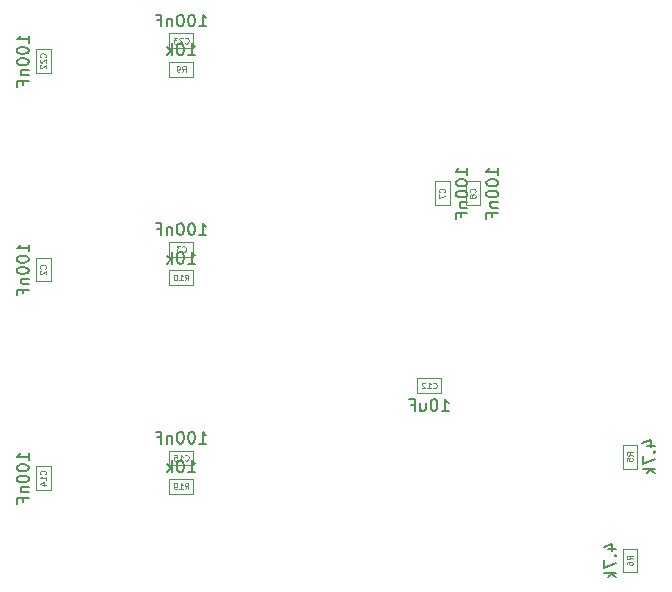
<source format=gbr>
%TF.GenerationSoftware,KiCad,Pcbnew,7.0.11-rc3*%
%TF.CreationDate,2025-09-10T17:00:16+08:00*%
%TF.ProjectId,328_3ch_can_devboard,3332385f-3363-4685-9f63-616e5f646576,rev?*%
%TF.SameCoordinates,Original*%
%TF.FileFunction,AssemblyDrawing,Bot*%
%FSLAX46Y46*%
G04 Gerber Fmt 4.6, Leading zero omitted, Abs format (unit mm)*
G04 Created by KiCad (PCBNEW 7.0.11-rc3) date 2025-09-10 17:00:16*
%MOMM*%
%LPD*%
G01*
G04 APERTURE LIST*
%ADD10C,0.150000*%
%ADD11C,0.080000*%
%ADD12C,0.100000*%
G04 APERTURE END LIST*
D10*
X159471428Y-108734819D02*
X160042856Y-108734819D01*
X159757142Y-108734819D02*
X159757142Y-107734819D01*
X159757142Y-107734819D02*
X159852380Y-107877676D01*
X159852380Y-107877676D02*
X159947618Y-107972914D01*
X159947618Y-107972914D02*
X160042856Y-108020533D01*
X158852380Y-107734819D02*
X158757142Y-107734819D01*
X158757142Y-107734819D02*
X158661904Y-107782438D01*
X158661904Y-107782438D02*
X158614285Y-107830057D01*
X158614285Y-107830057D02*
X158566666Y-107925295D01*
X158566666Y-107925295D02*
X158519047Y-108115771D01*
X158519047Y-108115771D02*
X158519047Y-108353866D01*
X158519047Y-108353866D02*
X158566666Y-108544342D01*
X158566666Y-108544342D02*
X158614285Y-108639580D01*
X158614285Y-108639580D02*
X158661904Y-108687200D01*
X158661904Y-108687200D02*
X158757142Y-108734819D01*
X158757142Y-108734819D02*
X158852380Y-108734819D01*
X158852380Y-108734819D02*
X158947618Y-108687200D01*
X158947618Y-108687200D02*
X158995237Y-108639580D01*
X158995237Y-108639580D02*
X159042856Y-108544342D01*
X159042856Y-108544342D02*
X159090475Y-108353866D01*
X159090475Y-108353866D02*
X159090475Y-108115771D01*
X159090475Y-108115771D02*
X159042856Y-107925295D01*
X159042856Y-107925295D02*
X158995237Y-107830057D01*
X158995237Y-107830057D02*
X158947618Y-107782438D01*
X158947618Y-107782438D02*
X158852380Y-107734819D01*
X157661904Y-108068152D02*
X157661904Y-108734819D01*
X158090475Y-108068152D02*
X158090475Y-108591961D01*
X158090475Y-108591961D02*
X158042856Y-108687200D01*
X158042856Y-108687200D02*
X157947618Y-108734819D01*
X157947618Y-108734819D02*
X157804761Y-108734819D01*
X157804761Y-108734819D02*
X157709523Y-108687200D01*
X157709523Y-108687200D02*
X157661904Y-108639580D01*
X156852380Y-108211009D02*
X157185713Y-108211009D01*
X157185713Y-108734819D02*
X157185713Y-107734819D01*
X157185713Y-107734819D02*
X156709523Y-107734819D01*
D11*
X158721428Y-106779530D02*
X158745237Y-106803340D01*
X158745237Y-106803340D02*
X158816666Y-106827149D01*
X158816666Y-106827149D02*
X158864285Y-106827149D01*
X158864285Y-106827149D02*
X158935713Y-106803340D01*
X158935713Y-106803340D02*
X158983332Y-106755720D01*
X158983332Y-106755720D02*
X159007142Y-106708101D01*
X159007142Y-106708101D02*
X159030951Y-106612863D01*
X159030951Y-106612863D02*
X159030951Y-106541435D01*
X159030951Y-106541435D02*
X159007142Y-106446197D01*
X159007142Y-106446197D02*
X158983332Y-106398578D01*
X158983332Y-106398578D02*
X158935713Y-106350959D01*
X158935713Y-106350959D02*
X158864285Y-106327149D01*
X158864285Y-106327149D02*
X158816666Y-106327149D01*
X158816666Y-106327149D02*
X158745237Y-106350959D01*
X158745237Y-106350959D02*
X158721428Y-106374768D01*
X158245237Y-106827149D02*
X158530951Y-106827149D01*
X158388094Y-106827149D02*
X158388094Y-106327149D01*
X158388094Y-106327149D02*
X158435713Y-106398578D01*
X158435713Y-106398578D02*
X158483332Y-106446197D01*
X158483332Y-106446197D02*
X158530951Y-106470006D01*
X158054761Y-106374768D02*
X158030952Y-106350959D01*
X158030952Y-106350959D02*
X157983333Y-106327149D01*
X157983333Y-106327149D02*
X157864285Y-106327149D01*
X157864285Y-106327149D02*
X157816666Y-106350959D01*
X157816666Y-106350959D02*
X157792857Y-106374768D01*
X157792857Y-106374768D02*
X157769047Y-106422387D01*
X157769047Y-106422387D02*
X157769047Y-106470006D01*
X157769047Y-106470006D02*
X157792857Y-106541435D01*
X157792857Y-106541435D02*
X158078571Y-106827149D01*
X158078571Y-106827149D02*
X157769047Y-106827149D01*
D10*
X138947619Y-93837319D02*
X139519047Y-93837319D01*
X139233333Y-93837319D02*
X139233333Y-92837319D01*
X139233333Y-92837319D02*
X139328571Y-92980176D01*
X139328571Y-92980176D02*
X139423809Y-93075414D01*
X139423809Y-93075414D02*
X139519047Y-93123033D01*
X138328571Y-92837319D02*
X138233333Y-92837319D01*
X138233333Y-92837319D02*
X138138095Y-92884938D01*
X138138095Y-92884938D02*
X138090476Y-92932557D01*
X138090476Y-92932557D02*
X138042857Y-93027795D01*
X138042857Y-93027795D02*
X137995238Y-93218271D01*
X137995238Y-93218271D02*
X137995238Y-93456366D01*
X137995238Y-93456366D02*
X138042857Y-93646842D01*
X138042857Y-93646842D02*
X138090476Y-93742080D01*
X138090476Y-93742080D02*
X138138095Y-93789700D01*
X138138095Y-93789700D02*
X138233333Y-93837319D01*
X138233333Y-93837319D02*
X138328571Y-93837319D01*
X138328571Y-93837319D02*
X138423809Y-93789700D01*
X138423809Y-93789700D02*
X138471428Y-93742080D01*
X138471428Y-93742080D02*
X138519047Y-93646842D01*
X138519047Y-93646842D02*
X138566666Y-93456366D01*
X138566666Y-93456366D02*
X138566666Y-93218271D01*
X138566666Y-93218271D02*
X138519047Y-93027795D01*
X138519047Y-93027795D02*
X138471428Y-92932557D01*
X138471428Y-92932557D02*
X138423809Y-92884938D01*
X138423809Y-92884938D02*
X138328571Y-92837319D01*
X137376190Y-92837319D02*
X137280952Y-92837319D01*
X137280952Y-92837319D02*
X137185714Y-92884938D01*
X137185714Y-92884938D02*
X137138095Y-92932557D01*
X137138095Y-92932557D02*
X137090476Y-93027795D01*
X137090476Y-93027795D02*
X137042857Y-93218271D01*
X137042857Y-93218271D02*
X137042857Y-93456366D01*
X137042857Y-93456366D02*
X137090476Y-93646842D01*
X137090476Y-93646842D02*
X137138095Y-93742080D01*
X137138095Y-93742080D02*
X137185714Y-93789700D01*
X137185714Y-93789700D02*
X137280952Y-93837319D01*
X137280952Y-93837319D02*
X137376190Y-93837319D01*
X137376190Y-93837319D02*
X137471428Y-93789700D01*
X137471428Y-93789700D02*
X137519047Y-93742080D01*
X137519047Y-93742080D02*
X137566666Y-93646842D01*
X137566666Y-93646842D02*
X137614285Y-93456366D01*
X137614285Y-93456366D02*
X137614285Y-93218271D01*
X137614285Y-93218271D02*
X137566666Y-93027795D01*
X137566666Y-93027795D02*
X137519047Y-92932557D01*
X137519047Y-92932557D02*
X137471428Y-92884938D01*
X137471428Y-92884938D02*
X137376190Y-92837319D01*
X136614285Y-93170652D02*
X136614285Y-93837319D01*
X136614285Y-93265890D02*
X136566666Y-93218271D01*
X136566666Y-93218271D02*
X136471428Y-93170652D01*
X136471428Y-93170652D02*
X136328571Y-93170652D01*
X136328571Y-93170652D02*
X136233333Y-93218271D01*
X136233333Y-93218271D02*
X136185714Y-93313509D01*
X136185714Y-93313509D02*
X136185714Y-93837319D01*
X135376190Y-93313509D02*
X135709523Y-93313509D01*
X135709523Y-93837319D02*
X135709523Y-92837319D01*
X135709523Y-92837319D02*
X135233333Y-92837319D01*
D11*
X137483333Y-95242030D02*
X137507142Y-95265840D01*
X137507142Y-95265840D02*
X137578571Y-95289649D01*
X137578571Y-95289649D02*
X137626190Y-95289649D01*
X137626190Y-95289649D02*
X137697618Y-95265840D01*
X137697618Y-95265840D02*
X137745237Y-95218220D01*
X137745237Y-95218220D02*
X137769047Y-95170601D01*
X137769047Y-95170601D02*
X137792856Y-95075363D01*
X137792856Y-95075363D02*
X137792856Y-95003935D01*
X137792856Y-95003935D02*
X137769047Y-94908697D01*
X137769047Y-94908697D02*
X137745237Y-94861078D01*
X137745237Y-94861078D02*
X137697618Y-94813459D01*
X137697618Y-94813459D02*
X137626190Y-94789649D01*
X137626190Y-94789649D02*
X137578571Y-94789649D01*
X137578571Y-94789649D02*
X137507142Y-94813459D01*
X137507142Y-94813459D02*
X137483333Y-94837268D01*
X137316666Y-94789649D02*
X137007142Y-94789649D01*
X137007142Y-94789649D02*
X137173809Y-94980125D01*
X137173809Y-94980125D02*
X137102380Y-94980125D01*
X137102380Y-94980125D02*
X137054761Y-95003935D01*
X137054761Y-95003935D02*
X137030952Y-95027744D01*
X137030952Y-95027744D02*
X137007142Y-95075363D01*
X137007142Y-95075363D02*
X137007142Y-95194411D01*
X137007142Y-95194411D02*
X137030952Y-95242030D01*
X137030952Y-95242030D02*
X137054761Y-95265840D01*
X137054761Y-95265840D02*
X137102380Y-95289649D01*
X137102380Y-95289649D02*
X137245237Y-95289649D01*
X137245237Y-95289649D02*
X137292856Y-95265840D01*
X137292856Y-95265840D02*
X137316666Y-95242030D01*
D10*
X161634819Y-88752380D02*
X161634819Y-88180952D01*
X161634819Y-88466666D02*
X160634819Y-88466666D01*
X160634819Y-88466666D02*
X160777676Y-88371428D01*
X160777676Y-88371428D02*
X160872914Y-88276190D01*
X160872914Y-88276190D02*
X160920533Y-88180952D01*
X160634819Y-89371428D02*
X160634819Y-89466666D01*
X160634819Y-89466666D02*
X160682438Y-89561904D01*
X160682438Y-89561904D02*
X160730057Y-89609523D01*
X160730057Y-89609523D02*
X160825295Y-89657142D01*
X160825295Y-89657142D02*
X161015771Y-89704761D01*
X161015771Y-89704761D02*
X161253866Y-89704761D01*
X161253866Y-89704761D02*
X161444342Y-89657142D01*
X161444342Y-89657142D02*
X161539580Y-89609523D01*
X161539580Y-89609523D02*
X161587200Y-89561904D01*
X161587200Y-89561904D02*
X161634819Y-89466666D01*
X161634819Y-89466666D02*
X161634819Y-89371428D01*
X161634819Y-89371428D02*
X161587200Y-89276190D01*
X161587200Y-89276190D02*
X161539580Y-89228571D01*
X161539580Y-89228571D02*
X161444342Y-89180952D01*
X161444342Y-89180952D02*
X161253866Y-89133333D01*
X161253866Y-89133333D02*
X161015771Y-89133333D01*
X161015771Y-89133333D02*
X160825295Y-89180952D01*
X160825295Y-89180952D02*
X160730057Y-89228571D01*
X160730057Y-89228571D02*
X160682438Y-89276190D01*
X160682438Y-89276190D02*
X160634819Y-89371428D01*
X160634819Y-90323809D02*
X160634819Y-90419047D01*
X160634819Y-90419047D02*
X160682438Y-90514285D01*
X160682438Y-90514285D02*
X160730057Y-90561904D01*
X160730057Y-90561904D02*
X160825295Y-90609523D01*
X160825295Y-90609523D02*
X161015771Y-90657142D01*
X161015771Y-90657142D02*
X161253866Y-90657142D01*
X161253866Y-90657142D02*
X161444342Y-90609523D01*
X161444342Y-90609523D02*
X161539580Y-90561904D01*
X161539580Y-90561904D02*
X161587200Y-90514285D01*
X161587200Y-90514285D02*
X161634819Y-90419047D01*
X161634819Y-90419047D02*
X161634819Y-90323809D01*
X161634819Y-90323809D02*
X161587200Y-90228571D01*
X161587200Y-90228571D02*
X161539580Y-90180952D01*
X161539580Y-90180952D02*
X161444342Y-90133333D01*
X161444342Y-90133333D02*
X161253866Y-90085714D01*
X161253866Y-90085714D02*
X161015771Y-90085714D01*
X161015771Y-90085714D02*
X160825295Y-90133333D01*
X160825295Y-90133333D02*
X160730057Y-90180952D01*
X160730057Y-90180952D02*
X160682438Y-90228571D01*
X160682438Y-90228571D02*
X160634819Y-90323809D01*
X160968152Y-91085714D02*
X161634819Y-91085714D01*
X161063390Y-91085714D02*
X161015771Y-91133333D01*
X161015771Y-91133333D02*
X160968152Y-91228571D01*
X160968152Y-91228571D02*
X160968152Y-91371428D01*
X160968152Y-91371428D02*
X161015771Y-91466666D01*
X161015771Y-91466666D02*
X161111009Y-91514285D01*
X161111009Y-91514285D02*
X161634819Y-91514285D01*
X161111009Y-92323809D02*
X161111009Y-91990476D01*
X161634819Y-91990476D02*
X160634819Y-91990476D01*
X160634819Y-91990476D02*
X160634819Y-92466666D01*
D11*
X159679530Y-90216666D02*
X159703340Y-90192857D01*
X159703340Y-90192857D02*
X159727149Y-90121428D01*
X159727149Y-90121428D02*
X159727149Y-90073809D01*
X159727149Y-90073809D02*
X159703340Y-90002381D01*
X159703340Y-90002381D02*
X159655720Y-89954762D01*
X159655720Y-89954762D02*
X159608101Y-89930952D01*
X159608101Y-89930952D02*
X159512863Y-89907143D01*
X159512863Y-89907143D02*
X159441435Y-89907143D01*
X159441435Y-89907143D02*
X159346197Y-89930952D01*
X159346197Y-89930952D02*
X159298578Y-89954762D01*
X159298578Y-89954762D02*
X159250959Y-90002381D01*
X159250959Y-90002381D02*
X159227149Y-90073809D01*
X159227149Y-90073809D02*
X159227149Y-90121428D01*
X159227149Y-90121428D02*
X159250959Y-90192857D01*
X159250959Y-90192857D02*
X159274768Y-90216666D01*
X159227149Y-90383333D02*
X159227149Y-90716666D01*
X159227149Y-90716666D02*
X159727149Y-90502381D01*
D10*
X124492319Y-77552380D02*
X124492319Y-76980952D01*
X124492319Y-77266666D02*
X123492319Y-77266666D01*
X123492319Y-77266666D02*
X123635176Y-77171428D01*
X123635176Y-77171428D02*
X123730414Y-77076190D01*
X123730414Y-77076190D02*
X123778033Y-76980952D01*
X123492319Y-78171428D02*
X123492319Y-78266666D01*
X123492319Y-78266666D02*
X123539938Y-78361904D01*
X123539938Y-78361904D02*
X123587557Y-78409523D01*
X123587557Y-78409523D02*
X123682795Y-78457142D01*
X123682795Y-78457142D02*
X123873271Y-78504761D01*
X123873271Y-78504761D02*
X124111366Y-78504761D01*
X124111366Y-78504761D02*
X124301842Y-78457142D01*
X124301842Y-78457142D02*
X124397080Y-78409523D01*
X124397080Y-78409523D02*
X124444700Y-78361904D01*
X124444700Y-78361904D02*
X124492319Y-78266666D01*
X124492319Y-78266666D02*
X124492319Y-78171428D01*
X124492319Y-78171428D02*
X124444700Y-78076190D01*
X124444700Y-78076190D02*
X124397080Y-78028571D01*
X124397080Y-78028571D02*
X124301842Y-77980952D01*
X124301842Y-77980952D02*
X124111366Y-77933333D01*
X124111366Y-77933333D02*
X123873271Y-77933333D01*
X123873271Y-77933333D02*
X123682795Y-77980952D01*
X123682795Y-77980952D02*
X123587557Y-78028571D01*
X123587557Y-78028571D02*
X123539938Y-78076190D01*
X123539938Y-78076190D02*
X123492319Y-78171428D01*
X123492319Y-79123809D02*
X123492319Y-79219047D01*
X123492319Y-79219047D02*
X123539938Y-79314285D01*
X123539938Y-79314285D02*
X123587557Y-79361904D01*
X123587557Y-79361904D02*
X123682795Y-79409523D01*
X123682795Y-79409523D02*
X123873271Y-79457142D01*
X123873271Y-79457142D02*
X124111366Y-79457142D01*
X124111366Y-79457142D02*
X124301842Y-79409523D01*
X124301842Y-79409523D02*
X124397080Y-79361904D01*
X124397080Y-79361904D02*
X124444700Y-79314285D01*
X124444700Y-79314285D02*
X124492319Y-79219047D01*
X124492319Y-79219047D02*
X124492319Y-79123809D01*
X124492319Y-79123809D02*
X124444700Y-79028571D01*
X124444700Y-79028571D02*
X124397080Y-78980952D01*
X124397080Y-78980952D02*
X124301842Y-78933333D01*
X124301842Y-78933333D02*
X124111366Y-78885714D01*
X124111366Y-78885714D02*
X123873271Y-78885714D01*
X123873271Y-78885714D02*
X123682795Y-78933333D01*
X123682795Y-78933333D02*
X123587557Y-78980952D01*
X123587557Y-78980952D02*
X123539938Y-79028571D01*
X123539938Y-79028571D02*
X123492319Y-79123809D01*
X123825652Y-79885714D02*
X124492319Y-79885714D01*
X123920890Y-79885714D02*
X123873271Y-79933333D01*
X123873271Y-79933333D02*
X123825652Y-80028571D01*
X123825652Y-80028571D02*
X123825652Y-80171428D01*
X123825652Y-80171428D02*
X123873271Y-80266666D01*
X123873271Y-80266666D02*
X123968509Y-80314285D01*
X123968509Y-80314285D02*
X124492319Y-80314285D01*
X123968509Y-81123809D02*
X123968509Y-80790476D01*
X124492319Y-80790476D02*
X123492319Y-80790476D01*
X123492319Y-80790476D02*
X123492319Y-81266666D01*
D11*
X125897030Y-78778571D02*
X125920840Y-78754762D01*
X125920840Y-78754762D02*
X125944649Y-78683333D01*
X125944649Y-78683333D02*
X125944649Y-78635714D01*
X125944649Y-78635714D02*
X125920840Y-78564286D01*
X125920840Y-78564286D02*
X125873220Y-78516667D01*
X125873220Y-78516667D02*
X125825601Y-78492857D01*
X125825601Y-78492857D02*
X125730363Y-78469048D01*
X125730363Y-78469048D02*
X125658935Y-78469048D01*
X125658935Y-78469048D02*
X125563697Y-78492857D01*
X125563697Y-78492857D02*
X125516078Y-78516667D01*
X125516078Y-78516667D02*
X125468459Y-78564286D01*
X125468459Y-78564286D02*
X125444649Y-78635714D01*
X125444649Y-78635714D02*
X125444649Y-78683333D01*
X125444649Y-78683333D02*
X125468459Y-78754762D01*
X125468459Y-78754762D02*
X125492268Y-78778571D01*
X125492268Y-78969048D02*
X125468459Y-78992857D01*
X125468459Y-78992857D02*
X125444649Y-79040476D01*
X125444649Y-79040476D02*
X125444649Y-79159524D01*
X125444649Y-79159524D02*
X125468459Y-79207143D01*
X125468459Y-79207143D02*
X125492268Y-79230952D01*
X125492268Y-79230952D02*
X125539887Y-79254762D01*
X125539887Y-79254762D02*
X125587506Y-79254762D01*
X125587506Y-79254762D02*
X125658935Y-79230952D01*
X125658935Y-79230952D02*
X125944649Y-78945238D01*
X125944649Y-78945238D02*
X125944649Y-79254762D01*
X125492268Y-79445238D02*
X125468459Y-79469047D01*
X125468459Y-79469047D02*
X125444649Y-79516666D01*
X125444649Y-79516666D02*
X125444649Y-79635714D01*
X125444649Y-79635714D02*
X125468459Y-79683333D01*
X125468459Y-79683333D02*
X125492268Y-79707142D01*
X125492268Y-79707142D02*
X125539887Y-79730952D01*
X125539887Y-79730952D02*
X125587506Y-79730952D01*
X125587506Y-79730952D02*
X125658935Y-79707142D01*
X125658935Y-79707142D02*
X125944649Y-79421428D01*
X125944649Y-79421428D02*
X125944649Y-79730952D01*
D10*
X176838152Y-111682170D02*
X177504819Y-111682170D01*
X176457200Y-111444075D02*
X177171485Y-111205980D01*
X177171485Y-111205980D02*
X177171485Y-111825027D01*
X177409580Y-112205980D02*
X177457200Y-112253599D01*
X177457200Y-112253599D02*
X177504819Y-112205980D01*
X177504819Y-112205980D02*
X177457200Y-112158361D01*
X177457200Y-112158361D02*
X177409580Y-112205980D01*
X177409580Y-112205980D02*
X177504819Y-112205980D01*
X176504819Y-112586932D02*
X176504819Y-113253598D01*
X176504819Y-113253598D02*
X177504819Y-112825027D01*
X177504819Y-113634551D02*
X176504819Y-113634551D01*
X177123866Y-113729789D02*
X177504819Y-114015503D01*
X176838152Y-114015503D02*
X177219104Y-113634551D01*
D11*
X175627149Y-112527408D02*
X175389054Y-112360742D01*
X175627149Y-112241694D02*
X175127149Y-112241694D01*
X175127149Y-112241694D02*
X175127149Y-112432170D01*
X175127149Y-112432170D02*
X175150959Y-112479789D01*
X175150959Y-112479789D02*
X175174768Y-112503599D01*
X175174768Y-112503599D02*
X175222387Y-112527408D01*
X175222387Y-112527408D02*
X175293816Y-112527408D01*
X175293816Y-112527408D02*
X175341435Y-112503599D01*
X175341435Y-112503599D02*
X175365244Y-112479789D01*
X175365244Y-112479789D02*
X175389054Y-112432170D01*
X175389054Y-112432170D02*
X175389054Y-112241694D01*
X175127149Y-112979789D02*
X175127149Y-112741694D01*
X175127149Y-112741694D02*
X175365244Y-112717885D01*
X175365244Y-112717885D02*
X175341435Y-112741694D01*
X175341435Y-112741694D02*
X175317625Y-112789313D01*
X175317625Y-112789313D02*
X175317625Y-112908361D01*
X175317625Y-112908361D02*
X175341435Y-112955980D01*
X175341435Y-112955980D02*
X175365244Y-112979789D01*
X175365244Y-112979789D02*
X175412863Y-113003599D01*
X175412863Y-113003599D02*
X175531911Y-113003599D01*
X175531911Y-113003599D02*
X175579530Y-112979789D01*
X175579530Y-112979789D02*
X175603340Y-112955980D01*
X175603340Y-112955980D02*
X175627149Y-112908361D01*
X175627149Y-112908361D02*
X175627149Y-112789313D01*
X175627149Y-112789313D02*
X175603340Y-112741694D01*
X175603340Y-112741694D02*
X175579530Y-112717885D01*
D10*
X164234819Y-88752380D02*
X164234819Y-88180952D01*
X164234819Y-88466666D02*
X163234819Y-88466666D01*
X163234819Y-88466666D02*
X163377676Y-88371428D01*
X163377676Y-88371428D02*
X163472914Y-88276190D01*
X163472914Y-88276190D02*
X163520533Y-88180952D01*
X163234819Y-89371428D02*
X163234819Y-89466666D01*
X163234819Y-89466666D02*
X163282438Y-89561904D01*
X163282438Y-89561904D02*
X163330057Y-89609523D01*
X163330057Y-89609523D02*
X163425295Y-89657142D01*
X163425295Y-89657142D02*
X163615771Y-89704761D01*
X163615771Y-89704761D02*
X163853866Y-89704761D01*
X163853866Y-89704761D02*
X164044342Y-89657142D01*
X164044342Y-89657142D02*
X164139580Y-89609523D01*
X164139580Y-89609523D02*
X164187200Y-89561904D01*
X164187200Y-89561904D02*
X164234819Y-89466666D01*
X164234819Y-89466666D02*
X164234819Y-89371428D01*
X164234819Y-89371428D02*
X164187200Y-89276190D01*
X164187200Y-89276190D02*
X164139580Y-89228571D01*
X164139580Y-89228571D02*
X164044342Y-89180952D01*
X164044342Y-89180952D02*
X163853866Y-89133333D01*
X163853866Y-89133333D02*
X163615771Y-89133333D01*
X163615771Y-89133333D02*
X163425295Y-89180952D01*
X163425295Y-89180952D02*
X163330057Y-89228571D01*
X163330057Y-89228571D02*
X163282438Y-89276190D01*
X163282438Y-89276190D02*
X163234819Y-89371428D01*
X163234819Y-90323809D02*
X163234819Y-90419047D01*
X163234819Y-90419047D02*
X163282438Y-90514285D01*
X163282438Y-90514285D02*
X163330057Y-90561904D01*
X163330057Y-90561904D02*
X163425295Y-90609523D01*
X163425295Y-90609523D02*
X163615771Y-90657142D01*
X163615771Y-90657142D02*
X163853866Y-90657142D01*
X163853866Y-90657142D02*
X164044342Y-90609523D01*
X164044342Y-90609523D02*
X164139580Y-90561904D01*
X164139580Y-90561904D02*
X164187200Y-90514285D01*
X164187200Y-90514285D02*
X164234819Y-90419047D01*
X164234819Y-90419047D02*
X164234819Y-90323809D01*
X164234819Y-90323809D02*
X164187200Y-90228571D01*
X164187200Y-90228571D02*
X164139580Y-90180952D01*
X164139580Y-90180952D02*
X164044342Y-90133333D01*
X164044342Y-90133333D02*
X163853866Y-90085714D01*
X163853866Y-90085714D02*
X163615771Y-90085714D01*
X163615771Y-90085714D02*
X163425295Y-90133333D01*
X163425295Y-90133333D02*
X163330057Y-90180952D01*
X163330057Y-90180952D02*
X163282438Y-90228571D01*
X163282438Y-90228571D02*
X163234819Y-90323809D01*
X163568152Y-91085714D02*
X164234819Y-91085714D01*
X163663390Y-91085714D02*
X163615771Y-91133333D01*
X163615771Y-91133333D02*
X163568152Y-91228571D01*
X163568152Y-91228571D02*
X163568152Y-91371428D01*
X163568152Y-91371428D02*
X163615771Y-91466666D01*
X163615771Y-91466666D02*
X163711009Y-91514285D01*
X163711009Y-91514285D02*
X164234819Y-91514285D01*
X163711009Y-92323809D02*
X163711009Y-91990476D01*
X164234819Y-91990476D02*
X163234819Y-91990476D01*
X163234819Y-91990476D02*
X163234819Y-92466666D01*
D11*
X162279530Y-90216666D02*
X162303340Y-90192857D01*
X162303340Y-90192857D02*
X162327149Y-90121428D01*
X162327149Y-90121428D02*
X162327149Y-90073809D01*
X162327149Y-90073809D02*
X162303340Y-90002381D01*
X162303340Y-90002381D02*
X162255720Y-89954762D01*
X162255720Y-89954762D02*
X162208101Y-89930952D01*
X162208101Y-89930952D02*
X162112863Y-89907143D01*
X162112863Y-89907143D02*
X162041435Y-89907143D01*
X162041435Y-89907143D02*
X161946197Y-89930952D01*
X161946197Y-89930952D02*
X161898578Y-89954762D01*
X161898578Y-89954762D02*
X161850959Y-90002381D01*
X161850959Y-90002381D02*
X161827149Y-90073809D01*
X161827149Y-90073809D02*
X161827149Y-90121428D01*
X161827149Y-90121428D02*
X161850959Y-90192857D01*
X161850959Y-90192857D02*
X161874768Y-90216666D01*
X162041435Y-90502381D02*
X162017625Y-90454762D01*
X162017625Y-90454762D02*
X161993816Y-90430952D01*
X161993816Y-90430952D02*
X161946197Y-90407143D01*
X161946197Y-90407143D02*
X161922387Y-90407143D01*
X161922387Y-90407143D02*
X161874768Y-90430952D01*
X161874768Y-90430952D02*
X161850959Y-90454762D01*
X161850959Y-90454762D02*
X161827149Y-90502381D01*
X161827149Y-90502381D02*
X161827149Y-90597619D01*
X161827149Y-90597619D02*
X161850959Y-90645238D01*
X161850959Y-90645238D02*
X161874768Y-90669047D01*
X161874768Y-90669047D02*
X161922387Y-90692857D01*
X161922387Y-90692857D02*
X161946197Y-90692857D01*
X161946197Y-90692857D02*
X161993816Y-90669047D01*
X161993816Y-90669047D02*
X162017625Y-90645238D01*
X162017625Y-90645238D02*
X162041435Y-90597619D01*
X162041435Y-90597619D02*
X162041435Y-90502381D01*
X162041435Y-90502381D02*
X162065244Y-90454762D01*
X162065244Y-90454762D02*
X162089054Y-90430952D01*
X162089054Y-90430952D02*
X162136673Y-90407143D01*
X162136673Y-90407143D02*
X162231911Y-90407143D01*
X162231911Y-90407143D02*
X162279530Y-90430952D01*
X162279530Y-90430952D02*
X162303340Y-90454762D01*
X162303340Y-90454762D02*
X162327149Y-90502381D01*
X162327149Y-90502381D02*
X162327149Y-90597619D01*
X162327149Y-90597619D02*
X162303340Y-90645238D01*
X162303340Y-90645238D02*
X162279530Y-90669047D01*
X162279530Y-90669047D02*
X162231911Y-90692857D01*
X162231911Y-90692857D02*
X162136673Y-90692857D01*
X162136673Y-90692857D02*
X162089054Y-90669047D01*
X162089054Y-90669047D02*
X162065244Y-90645238D01*
X162065244Y-90645238D02*
X162041435Y-90597619D01*
D10*
X138947619Y-76174819D02*
X139519047Y-76174819D01*
X139233333Y-76174819D02*
X139233333Y-75174819D01*
X139233333Y-75174819D02*
X139328571Y-75317676D01*
X139328571Y-75317676D02*
X139423809Y-75412914D01*
X139423809Y-75412914D02*
X139519047Y-75460533D01*
X138328571Y-75174819D02*
X138233333Y-75174819D01*
X138233333Y-75174819D02*
X138138095Y-75222438D01*
X138138095Y-75222438D02*
X138090476Y-75270057D01*
X138090476Y-75270057D02*
X138042857Y-75365295D01*
X138042857Y-75365295D02*
X137995238Y-75555771D01*
X137995238Y-75555771D02*
X137995238Y-75793866D01*
X137995238Y-75793866D02*
X138042857Y-75984342D01*
X138042857Y-75984342D02*
X138090476Y-76079580D01*
X138090476Y-76079580D02*
X138138095Y-76127200D01*
X138138095Y-76127200D02*
X138233333Y-76174819D01*
X138233333Y-76174819D02*
X138328571Y-76174819D01*
X138328571Y-76174819D02*
X138423809Y-76127200D01*
X138423809Y-76127200D02*
X138471428Y-76079580D01*
X138471428Y-76079580D02*
X138519047Y-75984342D01*
X138519047Y-75984342D02*
X138566666Y-75793866D01*
X138566666Y-75793866D02*
X138566666Y-75555771D01*
X138566666Y-75555771D02*
X138519047Y-75365295D01*
X138519047Y-75365295D02*
X138471428Y-75270057D01*
X138471428Y-75270057D02*
X138423809Y-75222438D01*
X138423809Y-75222438D02*
X138328571Y-75174819D01*
X137376190Y-75174819D02*
X137280952Y-75174819D01*
X137280952Y-75174819D02*
X137185714Y-75222438D01*
X137185714Y-75222438D02*
X137138095Y-75270057D01*
X137138095Y-75270057D02*
X137090476Y-75365295D01*
X137090476Y-75365295D02*
X137042857Y-75555771D01*
X137042857Y-75555771D02*
X137042857Y-75793866D01*
X137042857Y-75793866D02*
X137090476Y-75984342D01*
X137090476Y-75984342D02*
X137138095Y-76079580D01*
X137138095Y-76079580D02*
X137185714Y-76127200D01*
X137185714Y-76127200D02*
X137280952Y-76174819D01*
X137280952Y-76174819D02*
X137376190Y-76174819D01*
X137376190Y-76174819D02*
X137471428Y-76127200D01*
X137471428Y-76127200D02*
X137519047Y-76079580D01*
X137519047Y-76079580D02*
X137566666Y-75984342D01*
X137566666Y-75984342D02*
X137614285Y-75793866D01*
X137614285Y-75793866D02*
X137614285Y-75555771D01*
X137614285Y-75555771D02*
X137566666Y-75365295D01*
X137566666Y-75365295D02*
X137519047Y-75270057D01*
X137519047Y-75270057D02*
X137471428Y-75222438D01*
X137471428Y-75222438D02*
X137376190Y-75174819D01*
X136614285Y-75508152D02*
X136614285Y-76174819D01*
X136614285Y-75603390D02*
X136566666Y-75555771D01*
X136566666Y-75555771D02*
X136471428Y-75508152D01*
X136471428Y-75508152D02*
X136328571Y-75508152D01*
X136328571Y-75508152D02*
X136233333Y-75555771D01*
X136233333Y-75555771D02*
X136185714Y-75651009D01*
X136185714Y-75651009D02*
X136185714Y-76174819D01*
X135376190Y-75651009D02*
X135709523Y-75651009D01*
X135709523Y-76174819D02*
X135709523Y-75174819D01*
X135709523Y-75174819D02*
X135233333Y-75174819D01*
D11*
X137721428Y-77579530D02*
X137745237Y-77603340D01*
X137745237Y-77603340D02*
X137816666Y-77627149D01*
X137816666Y-77627149D02*
X137864285Y-77627149D01*
X137864285Y-77627149D02*
X137935713Y-77603340D01*
X137935713Y-77603340D02*
X137983332Y-77555720D01*
X137983332Y-77555720D02*
X138007142Y-77508101D01*
X138007142Y-77508101D02*
X138030951Y-77412863D01*
X138030951Y-77412863D02*
X138030951Y-77341435D01*
X138030951Y-77341435D02*
X138007142Y-77246197D01*
X138007142Y-77246197D02*
X137983332Y-77198578D01*
X137983332Y-77198578D02*
X137935713Y-77150959D01*
X137935713Y-77150959D02*
X137864285Y-77127149D01*
X137864285Y-77127149D02*
X137816666Y-77127149D01*
X137816666Y-77127149D02*
X137745237Y-77150959D01*
X137745237Y-77150959D02*
X137721428Y-77174768D01*
X137530951Y-77174768D02*
X137507142Y-77150959D01*
X137507142Y-77150959D02*
X137459523Y-77127149D01*
X137459523Y-77127149D02*
X137340475Y-77127149D01*
X137340475Y-77127149D02*
X137292856Y-77150959D01*
X137292856Y-77150959D02*
X137269047Y-77174768D01*
X137269047Y-77174768D02*
X137245237Y-77222387D01*
X137245237Y-77222387D02*
X137245237Y-77270006D01*
X137245237Y-77270006D02*
X137269047Y-77341435D01*
X137269047Y-77341435D02*
X137554761Y-77627149D01*
X137554761Y-77627149D02*
X137245237Y-77627149D01*
X137078571Y-77127149D02*
X136769047Y-77127149D01*
X136769047Y-77127149D02*
X136935714Y-77317625D01*
X136935714Y-77317625D02*
X136864285Y-77317625D01*
X136864285Y-77317625D02*
X136816666Y-77341435D01*
X136816666Y-77341435D02*
X136792857Y-77365244D01*
X136792857Y-77365244D02*
X136769047Y-77412863D01*
X136769047Y-77412863D02*
X136769047Y-77531911D01*
X136769047Y-77531911D02*
X136792857Y-77579530D01*
X136792857Y-77579530D02*
X136816666Y-77603340D01*
X136816666Y-77603340D02*
X136864285Y-77627149D01*
X136864285Y-77627149D02*
X137007142Y-77627149D01*
X137007142Y-77627149D02*
X137054761Y-77603340D01*
X137054761Y-77603340D02*
X137078571Y-77579530D01*
D10*
X124492319Y-112877380D02*
X124492319Y-112305952D01*
X124492319Y-112591666D02*
X123492319Y-112591666D01*
X123492319Y-112591666D02*
X123635176Y-112496428D01*
X123635176Y-112496428D02*
X123730414Y-112401190D01*
X123730414Y-112401190D02*
X123778033Y-112305952D01*
X123492319Y-113496428D02*
X123492319Y-113591666D01*
X123492319Y-113591666D02*
X123539938Y-113686904D01*
X123539938Y-113686904D02*
X123587557Y-113734523D01*
X123587557Y-113734523D02*
X123682795Y-113782142D01*
X123682795Y-113782142D02*
X123873271Y-113829761D01*
X123873271Y-113829761D02*
X124111366Y-113829761D01*
X124111366Y-113829761D02*
X124301842Y-113782142D01*
X124301842Y-113782142D02*
X124397080Y-113734523D01*
X124397080Y-113734523D02*
X124444700Y-113686904D01*
X124444700Y-113686904D02*
X124492319Y-113591666D01*
X124492319Y-113591666D02*
X124492319Y-113496428D01*
X124492319Y-113496428D02*
X124444700Y-113401190D01*
X124444700Y-113401190D02*
X124397080Y-113353571D01*
X124397080Y-113353571D02*
X124301842Y-113305952D01*
X124301842Y-113305952D02*
X124111366Y-113258333D01*
X124111366Y-113258333D02*
X123873271Y-113258333D01*
X123873271Y-113258333D02*
X123682795Y-113305952D01*
X123682795Y-113305952D02*
X123587557Y-113353571D01*
X123587557Y-113353571D02*
X123539938Y-113401190D01*
X123539938Y-113401190D02*
X123492319Y-113496428D01*
X123492319Y-114448809D02*
X123492319Y-114544047D01*
X123492319Y-114544047D02*
X123539938Y-114639285D01*
X123539938Y-114639285D02*
X123587557Y-114686904D01*
X123587557Y-114686904D02*
X123682795Y-114734523D01*
X123682795Y-114734523D02*
X123873271Y-114782142D01*
X123873271Y-114782142D02*
X124111366Y-114782142D01*
X124111366Y-114782142D02*
X124301842Y-114734523D01*
X124301842Y-114734523D02*
X124397080Y-114686904D01*
X124397080Y-114686904D02*
X124444700Y-114639285D01*
X124444700Y-114639285D02*
X124492319Y-114544047D01*
X124492319Y-114544047D02*
X124492319Y-114448809D01*
X124492319Y-114448809D02*
X124444700Y-114353571D01*
X124444700Y-114353571D02*
X124397080Y-114305952D01*
X124397080Y-114305952D02*
X124301842Y-114258333D01*
X124301842Y-114258333D02*
X124111366Y-114210714D01*
X124111366Y-114210714D02*
X123873271Y-114210714D01*
X123873271Y-114210714D02*
X123682795Y-114258333D01*
X123682795Y-114258333D02*
X123587557Y-114305952D01*
X123587557Y-114305952D02*
X123539938Y-114353571D01*
X123539938Y-114353571D02*
X123492319Y-114448809D01*
X123825652Y-115210714D02*
X124492319Y-115210714D01*
X123920890Y-115210714D02*
X123873271Y-115258333D01*
X123873271Y-115258333D02*
X123825652Y-115353571D01*
X123825652Y-115353571D02*
X123825652Y-115496428D01*
X123825652Y-115496428D02*
X123873271Y-115591666D01*
X123873271Y-115591666D02*
X123968509Y-115639285D01*
X123968509Y-115639285D02*
X124492319Y-115639285D01*
X123968509Y-116448809D02*
X123968509Y-116115476D01*
X124492319Y-116115476D02*
X123492319Y-116115476D01*
X123492319Y-116115476D02*
X123492319Y-116591666D01*
D11*
X125897030Y-114103571D02*
X125920840Y-114079762D01*
X125920840Y-114079762D02*
X125944649Y-114008333D01*
X125944649Y-114008333D02*
X125944649Y-113960714D01*
X125944649Y-113960714D02*
X125920840Y-113889286D01*
X125920840Y-113889286D02*
X125873220Y-113841667D01*
X125873220Y-113841667D02*
X125825601Y-113817857D01*
X125825601Y-113817857D02*
X125730363Y-113794048D01*
X125730363Y-113794048D02*
X125658935Y-113794048D01*
X125658935Y-113794048D02*
X125563697Y-113817857D01*
X125563697Y-113817857D02*
X125516078Y-113841667D01*
X125516078Y-113841667D02*
X125468459Y-113889286D01*
X125468459Y-113889286D02*
X125444649Y-113960714D01*
X125444649Y-113960714D02*
X125444649Y-114008333D01*
X125444649Y-114008333D02*
X125468459Y-114079762D01*
X125468459Y-114079762D02*
X125492268Y-114103571D01*
X125944649Y-114579762D02*
X125944649Y-114294048D01*
X125944649Y-114436905D02*
X125444649Y-114436905D01*
X125444649Y-114436905D02*
X125516078Y-114389286D01*
X125516078Y-114389286D02*
X125563697Y-114341667D01*
X125563697Y-114341667D02*
X125587506Y-114294048D01*
X125611316Y-115008333D02*
X125944649Y-115008333D01*
X125420840Y-114889285D02*
X125777982Y-114770238D01*
X125777982Y-114770238D02*
X125777982Y-115079761D01*
D10*
X173540255Y-120460687D02*
X174206922Y-120460687D01*
X173159303Y-120222592D02*
X173873588Y-119984497D01*
X173873588Y-119984497D02*
X173873588Y-120603544D01*
X174111683Y-120984497D02*
X174159303Y-121032116D01*
X174159303Y-121032116D02*
X174206922Y-120984497D01*
X174206922Y-120984497D02*
X174159303Y-120936878D01*
X174159303Y-120936878D02*
X174111683Y-120984497D01*
X174111683Y-120984497D02*
X174206922Y-120984497D01*
X173206922Y-121365449D02*
X173206922Y-122032115D01*
X173206922Y-122032115D02*
X174206922Y-121603544D01*
X174206922Y-122413068D02*
X173206922Y-122413068D01*
X173825969Y-122508306D02*
X174206922Y-122794020D01*
X173540255Y-122794020D02*
X173921207Y-122413068D01*
D11*
X175629252Y-121305925D02*
X175391157Y-121139259D01*
X175629252Y-121020211D02*
X175129252Y-121020211D01*
X175129252Y-121020211D02*
X175129252Y-121210687D01*
X175129252Y-121210687D02*
X175153062Y-121258306D01*
X175153062Y-121258306D02*
X175176871Y-121282116D01*
X175176871Y-121282116D02*
X175224490Y-121305925D01*
X175224490Y-121305925D02*
X175295919Y-121305925D01*
X175295919Y-121305925D02*
X175343538Y-121282116D01*
X175343538Y-121282116D02*
X175367347Y-121258306D01*
X175367347Y-121258306D02*
X175391157Y-121210687D01*
X175391157Y-121210687D02*
X175391157Y-121020211D01*
X175129252Y-121734497D02*
X175129252Y-121639259D01*
X175129252Y-121639259D02*
X175153062Y-121591640D01*
X175153062Y-121591640D02*
X175176871Y-121567830D01*
X175176871Y-121567830D02*
X175248300Y-121520211D01*
X175248300Y-121520211D02*
X175343538Y-121496402D01*
X175343538Y-121496402D02*
X175534014Y-121496402D01*
X175534014Y-121496402D02*
X175581633Y-121520211D01*
X175581633Y-121520211D02*
X175605443Y-121544021D01*
X175605443Y-121544021D02*
X175629252Y-121591640D01*
X175629252Y-121591640D02*
X175629252Y-121686878D01*
X175629252Y-121686878D02*
X175605443Y-121734497D01*
X175605443Y-121734497D02*
X175581633Y-121758306D01*
X175581633Y-121758306D02*
X175534014Y-121782116D01*
X175534014Y-121782116D02*
X175414966Y-121782116D01*
X175414966Y-121782116D02*
X175367347Y-121758306D01*
X175367347Y-121758306D02*
X175343538Y-121734497D01*
X175343538Y-121734497D02*
X175319728Y-121686878D01*
X175319728Y-121686878D02*
X175319728Y-121591640D01*
X175319728Y-121591640D02*
X175343538Y-121544021D01*
X175343538Y-121544021D02*
X175367347Y-121520211D01*
X175367347Y-121520211D02*
X175414966Y-121496402D01*
D10*
X137995238Y-113929819D02*
X138566666Y-113929819D01*
X138280952Y-113929819D02*
X138280952Y-112929819D01*
X138280952Y-112929819D02*
X138376190Y-113072676D01*
X138376190Y-113072676D02*
X138471428Y-113167914D01*
X138471428Y-113167914D02*
X138566666Y-113215533D01*
X137376190Y-112929819D02*
X137280952Y-112929819D01*
X137280952Y-112929819D02*
X137185714Y-112977438D01*
X137185714Y-112977438D02*
X137138095Y-113025057D01*
X137138095Y-113025057D02*
X137090476Y-113120295D01*
X137090476Y-113120295D02*
X137042857Y-113310771D01*
X137042857Y-113310771D02*
X137042857Y-113548866D01*
X137042857Y-113548866D02*
X137090476Y-113739342D01*
X137090476Y-113739342D02*
X137138095Y-113834580D01*
X137138095Y-113834580D02*
X137185714Y-113882200D01*
X137185714Y-113882200D02*
X137280952Y-113929819D01*
X137280952Y-113929819D02*
X137376190Y-113929819D01*
X137376190Y-113929819D02*
X137471428Y-113882200D01*
X137471428Y-113882200D02*
X137519047Y-113834580D01*
X137519047Y-113834580D02*
X137566666Y-113739342D01*
X137566666Y-113739342D02*
X137614285Y-113548866D01*
X137614285Y-113548866D02*
X137614285Y-113310771D01*
X137614285Y-113310771D02*
X137566666Y-113120295D01*
X137566666Y-113120295D02*
X137519047Y-113025057D01*
X137519047Y-113025057D02*
X137471428Y-112977438D01*
X137471428Y-112977438D02*
X137376190Y-112929819D01*
X136614285Y-113929819D02*
X136614285Y-112929819D01*
X136519047Y-113548866D02*
X136233333Y-113929819D01*
X136233333Y-113263152D02*
X136614285Y-113644104D01*
D11*
X137721428Y-115352149D02*
X137888094Y-115114054D01*
X138007142Y-115352149D02*
X138007142Y-114852149D01*
X138007142Y-114852149D02*
X137816666Y-114852149D01*
X137816666Y-114852149D02*
X137769047Y-114875959D01*
X137769047Y-114875959D02*
X137745237Y-114899768D01*
X137745237Y-114899768D02*
X137721428Y-114947387D01*
X137721428Y-114947387D02*
X137721428Y-115018816D01*
X137721428Y-115018816D02*
X137745237Y-115066435D01*
X137745237Y-115066435D02*
X137769047Y-115090244D01*
X137769047Y-115090244D02*
X137816666Y-115114054D01*
X137816666Y-115114054D02*
X138007142Y-115114054D01*
X137245237Y-115352149D02*
X137530951Y-115352149D01*
X137388094Y-115352149D02*
X137388094Y-114852149D01*
X137388094Y-114852149D02*
X137435713Y-114923578D01*
X137435713Y-114923578D02*
X137483332Y-114971197D01*
X137483332Y-114971197D02*
X137530951Y-114995006D01*
X137007142Y-115352149D02*
X136911904Y-115352149D01*
X136911904Y-115352149D02*
X136864285Y-115328340D01*
X136864285Y-115328340D02*
X136840476Y-115304530D01*
X136840476Y-115304530D02*
X136792857Y-115233101D01*
X136792857Y-115233101D02*
X136769047Y-115137863D01*
X136769047Y-115137863D02*
X136769047Y-114947387D01*
X136769047Y-114947387D02*
X136792857Y-114899768D01*
X136792857Y-114899768D02*
X136816666Y-114875959D01*
X136816666Y-114875959D02*
X136864285Y-114852149D01*
X136864285Y-114852149D02*
X136959523Y-114852149D01*
X136959523Y-114852149D02*
X137007142Y-114875959D01*
X137007142Y-114875959D02*
X137030952Y-114899768D01*
X137030952Y-114899768D02*
X137054761Y-114947387D01*
X137054761Y-114947387D02*
X137054761Y-115066435D01*
X137054761Y-115066435D02*
X137030952Y-115114054D01*
X137030952Y-115114054D02*
X137007142Y-115137863D01*
X137007142Y-115137863D02*
X136959523Y-115161673D01*
X136959523Y-115161673D02*
X136864285Y-115161673D01*
X136864285Y-115161673D02*
X136816666Y-115137863D01*
X136816666Y-115137863D02*
X136792857Y-115114054D01*
X136792857Y-115114054D02*
X136769047Y-115066435D01*
D10*
X124492319Y-95214880D02*
X124492319Y-94643452D01*
X124492319Y-94929166D02*
X123492319Y-94929166D01*
X123492319Y-94929166D02*
X123635176Y-94833928D01*
X123635176Y-94833928D02*
X123730414Y-94738690D01*
X123730414Y-94738690D02*
X123778033Y-94643452D01*
X123492319Y-95833928D02*
X123492319Y-95929166D01*
X123492319Y-95929166D02*
X123539938Y-96024404D01*
X123539938Y-96024404D02*
X123587557Y-96072023D01*
X123587557Y-96072023D02*
X123682795Y-96119642D01*
X123682795Y-96119642D02*
X123873271Y-96167261D01*
X123873271Y-96167261D02*
X124111366Y-96167261D01*
X124111366Y-96167261D02*
X124301842Y-96119642D01*
X124301842Y-96119642D02*
X124397080Y-96072023D01*
X124397080Y-96072023D02*
X124444700Y-96024404D01*
X124444700Y-96024404D02*
X124492319Y-95929166D01*
X124492319Y-95929166D02*
X124492319Y-95833928D01*
X124492319Y-95833928D02*
X124444700Y-95738690D01*
X124444700Y-95738690D02*
X124397080Y-95691071D01*
X124397080Y-95691071D02*
X124301842Y-95643452D01*
X124301842Y-95643452D02*
X124111366Y-95595833D01*
X124111366Y-95595833D02*
X123873271Y-95595833D01*
X123873271Y-95595833D02*
X123682795Y-95643452D01*
X123682795Y-95643452D02*
X123587557Y-95691071D01*
X123587557Y-95691071D02*
X123539938Y-95738690D01*
X123539938Y-95738690D02*
X123492319Y-95833928D01*
X123492319Y-96786309D02*
X123492319Y-96881547D01*
X123492319Y-96881547D02*
X123539938Y-96976785D01*
X123539938Y-96976785D02*
X123587557Y-97024404D01*
X123587557Y-97024404D02*
X123682795Y-97072023D01*
X123682795Y-97072023D02*
X123873271Y-97119642D01*
X123873271Y-97119642D02*
X124111366Y-97119642D01*
X124111366Y-97119642D02*
X124301842Y-97072023D01*
X124301842Y-97072023D02*
X124397080Y-97024404D01*
X124397080Y-97024404D02*
X124444700Y-96976785D01*
X124444700Y-96976785D02*
X124492319Y-96881547D01*
X124492319Y-96881547D02*
X124492319Y-96786309D01*
X124492319Y-96786309D02*
X124444700Y-96691071D01*
X124444700Y-96691071D02*
X124397080Y-96643452D01*
X124397080Y-96643452D02*
X124301842Y-96595833D01*
X124301842Y-96595833D02*
X124111366Y-96548214D01*
X124111366Y-96548214D02*
X123873271Y-96548214D01*
X123873271Y-96548214D02*
X123682795Y-96595833D01*
X123682795Y-96595833D02*
X123587557Y-96643452D01*
X123587557Y-96643452D02*
X123539938Y-96691071D01*
X123539938Y-96691071D02*
X123492319Y-96786309D01*
X123825652Y-97548214D02*
X124492319Y-97548214D01*
X123920890Y-97548214D02*
X123873271Y-97595833D01*
X123873271Y-97595833D02*
X123825652Y-97691071D01*
X123825652Y-97691071D02*
X123825652Y-97833928D01*
X123825652Y-97833928D02*
X123873271Y-97929166D01*
X123873271Y-97929166D02*
X123968509Y-97976785D01*
X123968509Y-97976785D02*
X124492319Y-97976785D01*
X123968509Y-98786309D02*
X123968509Y-98452976D01*
X124492319Y-98452976D02*
X123492319Y-98452976D01*
X123492319Y-98452976D02*
X123492319Y-98929166D01*
D11*
X125897030Y-96679166D02*
X125920840Y-96655357D01*
X125920840Y-96655357D02*
X125944649Y-96583928D01*
X125944649Y-96583928D02*
X125944649Y-96536309D01*
X125944649Y-96536309D02*
X125920840Y-96464881D01*
X125920840Y-96464881D02*
X125873220Y-96417262D01*
X125873220Y-96417262D02*
X125825601Y-96393452D01*
X125825601Y-96393452D02*
X125730363Y-96369643D01*
X125730363Y-96369643D02*
X125658935Y-96369643D01*
X125658935Y-96369643D02*
X125563697Y-96393452D01*
X125563697Y-96393452D02*
X125516078Y-96417262D01*
X125516078Y-96417262D02*
X125468459Y-96464881D01*
X125468459Y-96464881D02*
X125444649Y-96536309D01*
X125444649Y-96536309D02*
X125444649Y-96583928D01*
X125444649Y-96583928D02*
X125468459Y-96655357D01*
X125468459Y-96655357D02*
X125492268Y-96679166D01*
X125492268Y-96869643D02*
X125468459Y-96893452D01*
X125468459Y-96893452D02*
X125444649Y-96941071D01*
X125444649Y-96941071D02*
X125444649Y-97060119D01*
X125444649Y-97060119D02*
X125468459Y-97107738D01*
X125468459Y-97107738D02*
X125492268Y-97131547D01*
X125492268Y-97131547D02*
X125539887Y-97155357D01*
X125539887Y-97155357D02*
X125587506Y-97155357D01*
X125587506Y-97155357D02*
X125658935Y-97131547D01*
X125658935Y-97131547D02*
X125944649Y-96845833D01*
X125944649Y-96845833D02*
X125944649Y-97155357D01*
D10*
X137995238Y-96267319D02*
X138566666Y-96267319D01*
X138280952Y-96267319D02*
X138280952Y-95267319D01*
X138280952Y-95267319D02*
X138376190Y-95410176D01*
X138376190Y-95410176D02*
X138471428Y-95505414D01*
X138471428Y-95505414D02*
X138566666Y-95553033D01*
X137376190Y-95267319D02*
X137280952Y-95267319D01*
X137280952Y-95267319D02*
X137185714Y-95314938D01*
X137185714Y-95314938D02*
X137138095Y-95362557D01*
X137138095Y-95362557D02*
X137090476Y-95457795D01*
X137090476Y-95457795D02*
X137042857Y-95648271D01*
X137042857Y-95648271D02*
X137042857Y-95886366D01*
X137042857Y-95886366D02*
X137090476Y-96076842D01*
X137090476Y-96076842D02*
X137138095Y-96172080D01*
X137138095Y-96172080D02*
X137185714Y-96219700D01*
X137185714Y-96219700D02*
X137280952Y-96267319D01*
X137280952Y-96267319D02*
X137376190Y-96267319D01*
X137376190Y-96267319D02*
X137471428Y-96219700D01*
X137471428Y-96219700D02*
X137519047Y-96172080D01*
X137519047Y-96172080D02*
X137566666Y-96076842D01*
X137566666Y-96076842D02*
X137614285Y-95886366D01*
X137614285Y-95886366D02*
X137614285Y-95648271D01*
X137614285Y-95648271D02*
X137566666Y-95457795D01*
X137566666Y-95457795D02*
X137519047Y-95362557D01*
X137519047Y-95362557D02*
X137471428Y-95314938D01*
X137471428Y-95314938D02*
X137376190Y-95267319D01*
X136614285Y-96267319D02*
X136614285Y-95267319D01*
X136519047Y-95886366D02*
X136233333Y-96267319D01*
X136233333Y-95600652D02*
X136614285Y-95981604D01*
D11*
X137721428Y-97689649D02*
X137888094Y-97451554D01*
X138007142Y-97689649D02*
X138007142Y-97189649D01*
X138007142Y-97189649D02*
X137816666Y-97189649D01*
X137816666Y-97189649D02*
X137769047Y-97213459D01*
X137769047Y-97213459D02*
X137745237Y-97237268D01*
X137745237Y-97237268D02*
X137721428Y-97284887D01*
X137721428Y-97284887D02*
X137721428Y-97356316D01*
X137721428Y-97356316D02*
X137745237Y-97403935D01*
X137745237Y-97403935D02*
X137769047Y-97427744D01*
X137769047Y-97427744D02*
X137816666Y-97451554D01*
X137816666Y-97451554D02*
X138007142Y-97451554D01*
X137245237Y-97689649D02*
X137530951Y-97689649D01*
X137388094Y-97689649D02*
X137388094Y-97189649D01*
X137388094Y-97189649D02*
X137435713Y-97261078D01*
X137435713Y-97261078D02*
X137483332Y-97308697D01*
X137483332Y-97308697D02*
X137530951Y-97332506D01*
X136935714Y-97189649D02*
X136888095Y-97189649D01*
X136888095Y-97189649D02*
X136840476Y-97213459D01*
X136840476Y-97213459D02*
X136816666Y-97237268D01*
X136816666Y-97237268D02*
X136792857Y-97284887D01*
X136792857Y-97284887D02*
X136769047Y-97380125D01*
X136769047Y-97380125D02*
X136769047Y-97499173D01*
X136769047Y-97499173D02*
X136792857Y-97594411D01*
X136792857Y-97594411D02*
X136816666Y-97642030D01*
X136816666Y-97642030D02*
X136840476Y-97665840D01*
X136840476Y-97665840D02*
X136888095Y-97689649D01*
X136888095Y-97689649D02*
X136935714Y-97689649D01*
X136935714Y-97689649D02*
X136983333Y-97665840D01*
X136983333Y-97665840D02*
X137007142Y-97642030D01*
X137007142Y-97642030D02*
X137030952Y-97594411D01*
X137030952Y-97594411D02*
X137054761Y-97499173D01*
X137054761Y-97499173D02*
X137054761Y-97380125D01*
X137054761Y-97380125D02*
X137030952Y-97284887D01*
X137030952Y-97284887D02*
X137007142Y-97237268D01*
X137007142Y-97237268D02*
X136983333Y-97213459D01*
X136983333Y-97213459D02*
X136935714Y-97189649D01*
D10*
X137995238Y-78604819D02*
X138566666Y-78604819D01*
X138280952Y-78604819D02*
X138280952Y-77604819D01*
X138280952Y-77604819D02*
X138376190Y-77747676D01*
X138376190Y-77747676D02*
X138471428Y-77842914D01*
X138471428Y-77842914D02*
X138566666Y-77890533D01*
X137376190Y-77604819D02*
X137280952Y-77604819D01*
X137280952Y-77604819D02*
X137185714Y-77652438D01*
X137185714Y-77652438D02*
X137138095Y-77700057D01*
X137138095Y-77700057D02*
X137090476Y-77795295D01*
X137090476Y-77795295D02*
X137042857Y-77985771D01*
X137042857Y-77985771D02*
X137042857Y-78223866D01*
X137042857Y-78223866D02*
X137090476Y-78414342D01*
X137090476Y-78414342D02*
X137138095Y-78509580D01*
X137138095Y-78509580D02*
X137185714Y-78557200D01*
X137185714Y-78557200D02*
X137280952Y-78604819D01*
X137280952Y-78604819D02*
X137376190Y-78604819D01*
X137376190Y-78604819D02*
X137471428Y-78557200D01*
X137471428Y-78557200D02*
X137519047Y-78509580D01*
X137519047Y-78509580D02*
X137566666Y-78414342D01*
X137566666Y-78414342D02*
X137614285Y-78223866D01*
X137614285Y-78223866D02*
X137614285Y-77985771D01*
X137614285Y-77985771D02*
X137566666Y-77795295D01*
X137566666Y-77795295D02*
X137519047Y-77700057D01*
X137519047Y-77700057D02*
X137471428Y-77652438D01*
X137471428Y-77652438D02*
X137376190Y-77604819D01*
X136614285Y-78604819D02*
X136614285Y-77604819D01*
X136519047Y-78223866D02*
X136233333Y-78604819D01*
X136233333Y-77938152D02*
X136614285Y-78319104D01*
D11*
X137483333Y-80027149D02*
X137649999Y-79789054D01*
X137769047Y-80027149D02*
X137769047Y-79527149D01*
X137769047Y-79527149D02*
X137578571Y-79527149D01*
X137578571Y-79527149D02*
X137530952Y-79550959D01*
X137530952Y-79550959D02*
X137507142Y-79574768D01*
X137507142Y-79574768D02*
X137483333Y-79622387D01*
X137483333Y-79622387D02*
X137483333Y-79693816D01*
X137483333Y-79693816D02*
X137507142Y-79741435D01*
X137507142Y-79741435D02*
X137530952Y-79765244D01*
X137530952Y-79765244D02*
X137578571Y-79789054D01*
X137578571Y-79789054D02*
X137769047Y-79789054D01*
X137245237Y-80027149D02*
X137149999Y-80027149D01*
X137149999Y-80027149D02*
X137102380Y-80003340D01*
X137102380Y-80003340D02*
X137078571Y-79979530D01*
X137078571Y-79979530D02*
X137030952Y-79908101D01*
X137030952Y-79908101D02*
X137007142Y-79812863D01*
X137007142Y-79812863D02*
X137007142Y-79622387D01*
X137007142Y-79622387D02*
X137030952Y-79574768D01*
X137030952Y-79574768D02*
X137054761Y-79550959D01*
X137054761Y-79550959D02*
X137102380Y-79527149D01*
X137102380Y-79527149D02*
X137197618Y-79527149D01*
X137197618Y-79527149D02*
X137245237Y-79550959D01*
X137245237Y-79550959D02*
X137269047Y-79574768D01*
X137269047Y-79574768D02*
X137292856Y-79622387D01*
X137292856Y-79622387D02*
X137292856Y-79741435D01*
X137292856Y-79741435D02*
X137269047Y-79789054D01*
X137269047Y-79789054D02*
X137245237Y-79812863D01*
X137245237Y-79812863D02*
X137197618Y-79836673D01*
X137197618Y-79836673D02*
X137102380Y-79836673D01*
X137102380Y-79836673D02*
X137054761Y-79812863D01*
X137054761Y-79812863D02*
X137030952Y-79789054D01*
X137030952Y-79789054D02*
X137007142Y-79741435D01*
D10*
X138947619Y-111499819D02*
X139519047Y-111499819D01*
X139233333Y-111499819D02*
X139233333Y-110499819D01*
X139233333Y-110499819D02*
X139328571Y-110642676D01*
X139328571Y-110642676D02*
X139423809Y-110737914D01*
X139423809Y-110737914D02*
X139519047Y-110785533D01*
X138328571Y-110499819D02*
X138233333Y-110499819D01*
X138233333Y-110499819D02*
X138138095Y-110547438D01*
X138138095Y-110547438D02*
X138090476Y-110595057D01*
X138090476Y-110595057D02*
X138042857Y-110690295D01*
X138042857Y-110690295D02*
X137995238Y-110880771D01*
X137995238Y-110880771D02*
X137995238Y-111118866D01*
X137995238Y-111118866D02*
X138042857Y-111309342D01*
X138042857Y-111309342D02*
X138090476Y-111404580D01*
X138090476Y-111404580D02*
X138138095Y-111452200D01*
X138138095Y-111452200D02*
X138233333Y-111499819D01*
X138233333Y-111499819D02*
X138328571Y-111499819D01*
X138328571Y-111499819D02*
X138423809Y-111452200D01*
X138423809Y-111452200D02*
X138471428Y-111404580D01*
X138471428Y-111404580D02*
X138519047Y-111309342D01*
X138519047Y-111309342D02*
X138566666Y-111118866D01*
X138566666Y-111118866D02*
X138566666Y-110880771D01*
X138566666Y-110880771D02*
X138519047Y-110690295D01*
X138519047Y-110690295D02*
X138471428Y-110595057D01*
X138471428Y-110595057D02*
X138423809Y-110547438D01*
X138423809Y-110547438D02*
X138328571Y-110499819D01*
X137376190Y-110499819D02*
X137280952Y-110499819D01*
X137280952Y-110499819D02*
X137185714Y-110547438D01*
X137185714Y-110547438D02*
X137138095Y-110595057D01*
X137138095Y-110595057D02*
X137090476Y-110690295D01*
X137090476Y-110690295D02*
X137042857Y-110880771D01*
X137042857Y-110880771D02*
X137042857Y-111118866D01*
X137042857Y-111118866D02*
X137090476Y-111309342D01*
X137090476Y-111309342D02*
X137138095Y-111404580D01*
X137138095Y-111404580D02*
X137185714Y-111452200D01*
X137185714Y-111452200D02*
X137280952Y-111499819D01*
X137280952Y-111499819D02*
X137376190Y-111499819D01*
X137376190Y-111499819D02*
X137471428Y-111452200D01*
X137471428Y-111452200D02*
X137519047Y-111404580D01*
X137519047Y-111404580D02*
X137566666Y-111309342D01*
X137566666Y-111309342D02*
X137614285Y-111118866D01*
X137614285Y-111118866D02*
X137614285Y-110880771D01*
X137614285Y-110880771D02*
X137566666Y-110690295D01*
X137566666Y-110690295D02*
X137519047Y-110595057D01*
X137519047Y-110595057D02*
X137471428Y-110547438D01*
X137471428Y-110547438D02*
X137376190Y-110499819D01*
X136614285Y-110833152D02*
X136614285Y-111499819D01*
X136614285Y-110928390D02*
X136566666Y-110880771D01*
X136566666Y-110880771D02*
X136471428Y-110833152D01*
X136471428Y-110833152D02*
X136328571Y-110833152D01*
X136328571Y-110833152D02*
X136233333Y-110880771D01*
X136233333Y-110880771D02*
X136185714Y-110976009D01*
X136185714Y-110976009D02*
X136185714Y-111499819D01*
X135376190Y-110976009D02*
X135709523Y-110976009D01*
X135709523Y-111499819D02*
X135709523Y-110499819D01*
X135709523Y-110499819D02*
X135233333Y-110499819D01*
D11*
X137721428Y-112904530D02*
X137745237Y-112928340D01*
X137745237Y-112928340D02*
X137816666Y-112952149D01*
X137816666Y-112952149D02*
X137864285Y-112952149D01*
X137864285Y-112952149D02*
X137935713Y-112928340D01*
X137935713Y-112928340D02*
X137983332Y-112880720D01*
X137983332Y-112880720D02*
X138007142Y-112833101D01*
X138007142Y-112833101D02*
X138030951Y-112737863D01*
X138030951Y-112737863D02*
X138030951Y-112666435D01*
X138030951Y-112666435D02*
X138007142Y-112571197D01*
X138007142Y-112571197D02*
X137983332Y-112523578D01*
X137983332Y-112523578D02*
X137935713Y-112475959D01*
X137935713Y-112475959D02*
X137864285Y-112452149D01*
X137864285Y-112452149D02*
X137816666Y-112452149D01*
X137816666Y-112452149D02*
X137745237Y-112475959D01*
X137745237Y-112475959D02*
X137721428Y-112499768D01*
X137245237Y-112952149D02*
X137530951Y-112952149D01*
X137388094Y-112952149D02*
X137388094Y-112452149D01*
X137388094Y-112452149D02*
X137435713Y-112523578D01*
X137435713Y-112523578D02*
X137483332Y-112571197D01*
X137483332Y-112571197D02*
X137530951Y-112595006D01*
X136792857Y-112452149D02*
X137030952Y-112452149D01*
X137030952Y-112452149D02*
X137054761Y-112690244D01*
X137054761Y-112690244D02*
X137030952Y-112666435D01*
X137030952Y-112666435D02*
X136983333Y-112642625D01*
X136983333Y-112642625D02*
X136864285Y-112642625D01*
X136864285Y-112642625D02*
X136816666Y-112666435D01*
X136816666Y-112666435D02*
X136792857Y-112690244D01*
X136792857Y-112690244D02*
X136769047Y-112737863D01*
X136769047Y-112737863D02*
X136769047Y-112856911D01*
X136769047Y-112856911D02*
X136792857Y-112904530D01*
X136792857Y-112904530D02*
X136816666Y-112928340D01*
X136816666Y-112928340D02*
X136864285Y-112952149D01*
X136864285Y-112952149D02*
X136983333Y-112952149D01*
X136983333Y-112952149D02*
X137030952Y-112928340D01*
X137030952Y-112928340D02*
X137054761Y-112904530D01*
D12*
%TO.C,C12*%
X159400000Y-107225000D02*
X159400000Y-105975000D01*
X159400000Y-105975000D02*
X157400000Y-105975000D01*
X157400000Y-107225000D02*
X159400000Y-107225000D01*
X157400000Y-105975000D02*
X157400000Y-107225000D01*
%TO.C,C3*%
X136400000Y-94437500D02*
X136400000Y-95687500D01*
X136400000Y-95687500D02*
X138400000Y-95687500D01*
X138400000Y-94437500D02*
X136400000Y-94437500D01*
X138400000Y-95687500D02*
X138400000Y-94437500D01*
%TO.C,C7*%
X160125000Y-89300000D02*
X158875000Y-89300000D01*
X158875000Y-89300000D02*
X158875000Y-91300000D01*
X160125000Y-91300000D02*
X160125000Y-89300000D01*
X158875000Y-91300000D02*
X160125000Y-91300000D01*
%TO.C,C22*%
X125092500Y-80100000D02*
X126342500Y-80100000D01*
X126342500Y-80100000D02*
X126342500Y-78100000D01*
X125092500Y-78100000D02*
X125092500Y-80100000D01*
X126342500Y-78100000D02*
X125092500Y-78100000D01*
%TO.C,R5*%
X176025000Y-111610742D02*
X174775000Y-111610742D01*
X174775000Y-111610742D02*
X174775000Y-113610742D01*
X176025000Y-113610742D02*
X176025000Y-111610742D01*
X174775000Y-113610742D02*
X176025000Y-113610742D01*
%TO.C,C8*%
X162725000Y-89300000D02*
X161475000Y-89300000D01*
X161475000Y-89300000D02*
X161475000Y-91300000D01*
X162725000Y-91300000D02*
X162725000Y-89300000D01*
X161475000Y-91300000D02*
X162725000Y-91300000D01*
%TO.C,C23*%
X136400000Y-76775000D02*
X136400000Y-78025000D01*
X136400000Y-78025000D02*
X138400000Y-78025000D01*
X138400000Y-76775000D02*
X136400000Y-76775000D01*
X138400000Y-78025000D02*
X138400000Y-76775000D01*
%TO.C,C14*%
X125092500Y-115425000D02*
X126342500Y-115425000D01*
X126342500Y-115425000D02*
X126342500Y-113425000D01*
X125092500Y-113425000D02*
X125092500Y-115425000D01*
X126342500Y-113425000D02*
X125092500Y-113425000D01*
%TO.C,R6*%
X174777103Y-122389259D02*
X176027103Y-122389259D01*
X176027103Y-122389259D02*
X176027103Y-120389259D01*
X174777103Y-120389259D02*
X174777103Y-122389259D01*
X176027103Y-120389259D02*
X174777103Y-120389259D01*
%TO.C,R19*%
X136400000Y-114500000D02*
X136400000Y-115750000D01*
X136400000Y-115750000D02*
X138400000Y-115750000D01*
X138400000Y-114500000D02*
X136400000Y-114500000D01*
X138400000Y-115750000D02*
X138400000Y-114500000D01*
%TO.C,C2*%
X125092500Y-97762500D02*
X126342500Y-97762500D01*
X126342500Y-97762500D02*
X126342500Y-95762500D01*
X125092500Y-95762500D02*
X125092500Y-97762500D01*
X126342500Y-95762500D02*
X125092500Y-95762500D01*
%TO.C,R10*%
X136400000Y-96837500D02*
X136400000Y-98087500D01*
X136400000Y-98087500D02*
X138400000Y-98087500D01*
X138400000Y-96837500D02*
X136400000Y-96837500D01*
X138400000Y-98087500D02*
X138400000Y-96837500D01*
%TO.C,R9*%
X136400000Y-79175000D02*
X136400000Y-80425000D01*
X136400000Y-80425000D02*
X138400000Y-80425000D01*
X138400000Y-79175000D02*
X136400000Y-79175000D01*
X138400000Y-80425000D02*
X138400000Y-79175000D01*
%TO.C,C15*%
X136400000Y-112100000D02*
X136400000Y-113350000D01*
X136400000Y-113350000D02*
X138400000Y-113350000D01*
X138400000Y-112100000D02*
X136400000Y-112100000D01*
X138400000Y-113350000D02*
X138400000Y-112100000D01*
%TD*%
M02*

</source>
